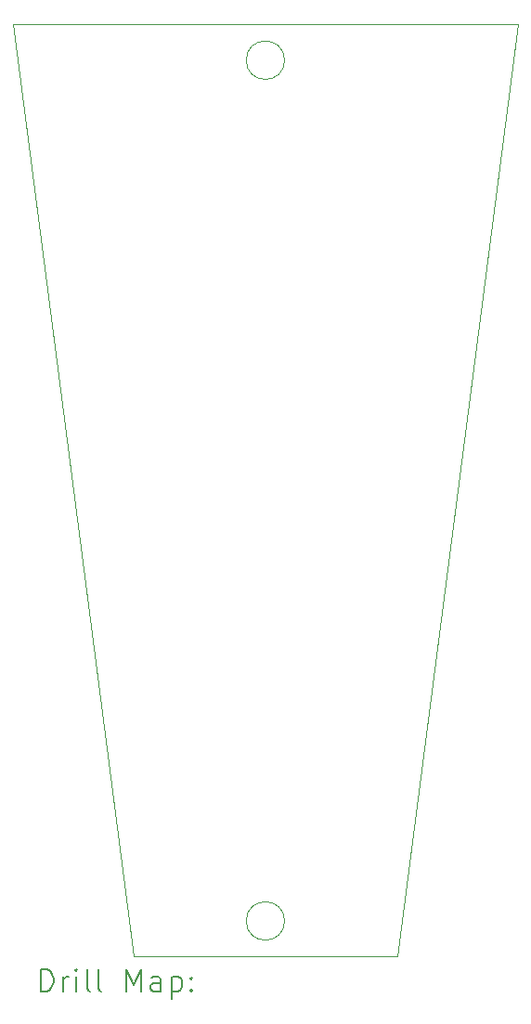
<source format=gbr>
%TF.GenerationSoftware,KiCad,Pcbnew,6.0.11-2627ca5db0~126~ubuntu22.04.1*%
%TF.CreationDate,2023-11-05T13:13:33+01:00*%
%TF.ProjectId,CC_LED_Driver,43435f4c-4544-45f4-9472-697665722e6b,rev?*%
%TF.SameCoordinates,Original*%
%TF.FileFunction,Drillmap*%
%TF.FilePolarity,Positive*%
%FSLAX45Y45*%
G04 Gerber Fmt 4.5, Leading zero omitted, Abs format (unit mm)*
G04 Created by KiCad (PCBNEW 6.0.11-2627ca5db0~126~ubuntu22.04.1) date 2023-11-05 13:13:33*
%MOMM*%
%LPD*%
G01*
G04 APERTURE LIST*
%ADD10C,0.100000*%
%ADD11C,0.200000*%
G04 APERTURE END LIST*
D10*
X11350000Y-14600000D02*
X10250000Y-6100000D01*
X12725000Y-6425000D02*
G75*
G03*
X12725000Y-6425000I-175000J0D01*
G01*
X14850000Y-6100000D02*
X10250000Y-6100000D01*
X13750000Y-14600000D02*
X14850000Y-6100000D01*
X12725000Y-14275000D02*
G75*
G03*
X12725000Y-14275000I-175000J0D01*
G01*
X11350000Y-14600000D02*
X13750000Y-14600000D01*
D11*
X10502619Y-14915476D02*
X10502619Y-14715476D01*
X10550238Y-14715476D01*
X10578810Y-14725000D01*
X10597857Y-14744048D01*
X10607381Y-14763095D01*
X10616905Y-14801190D01*
X10616905Y-14829762D01*
X10607381Y-14867857D01*
X10597857Y-14886905D01*
X10578810Y-14905952D01*
X10550238Y-14915476D01*
X10502619Y-14915476D01*
X10702619Y-14915476D02*
X10702619Y-14782143D01*
X10702619Y-14820238D02*
X10712143Y-14801190D01*
X10721667Y-14791667D01*
X10740714Y-14782143D01*
X10759762Y-14782143D01*
X10826429Y-14915476D02*
X10826429Y-14782143D01*
X10826429Y-14715476D02*
X10816905Y-14725000D01*
X10826429Y-14734524D01*
X10835952Y-14725000D01*
X10826429Y-14715476D01*
X10826429Y-14734524D01*
X10950238Y-14915476D02*
X10931190Y-14905952D01*
X10921667Y-14886905D01*
X10921667Y-14715476D01*
X11055000Y-14915476D02*
X11035952Y-14905952D01*
X11026429Y-14886905D01*
X11026429Y-14715476D01*
X11283571Y-14915476D02*
X11283571Y-14715476D01*
X11350238Y-14858333D01*
X11416905Y-14715476D01*
X11416905Y-14915476D01*
X11597857Y-14915476D02*
X11597857Y-14810714D01*
X11588333Y-14791667D01*
X11569286Y-14782143D01*
X11531190Y-14782143D01*
X11512143Y-14791667D01*
X11597857Y-14905952D02*
X11578809Y-14915476D01*
X11531190Y-14915476D01*
X11512143Y-14905952D01*
X11502619Y-14886905D01*
X11502619Y-14867857D01*
X11512143Y-14848809D01*
X11531190Y-14839286D01*
X11578809Y-14839286D01*
X11597857Y-14829762D01*
X11693095Y-14782143D02*
X11693095Y-14982143D01*
X11693095Y-14791667D02*
X11712143Y-14782143D01*
X11750238Y-14782143D01*
X11769286Y-14791667D01*
X11778809Y-14801190D01*
X11788333Y-14820238D01*
X11788333Y-14877381D01*
X11778809Y-14896428D01*
X11769286Y-14905952D01*
X11750238Y-14915476D01*
X11712143Y-14915476D01*
X11693095Y-14905952D01*
X11874048Y-14896428D02*
X11883571Y-14905952D01*
X11874048Y-14915476D01*
X11864524Y-14905952D01*
X11874048Y-14896428D01*
X11874048Y-14915476D01*
X11874048Y-14791667D02*
X11883571Y-14801190D01*
X11874048Y-14810714D01*
X11864524Y-14801190D01*
X11874048Y-14791667D01*
X11874048Y-14810714D01*
M02*

</source>
